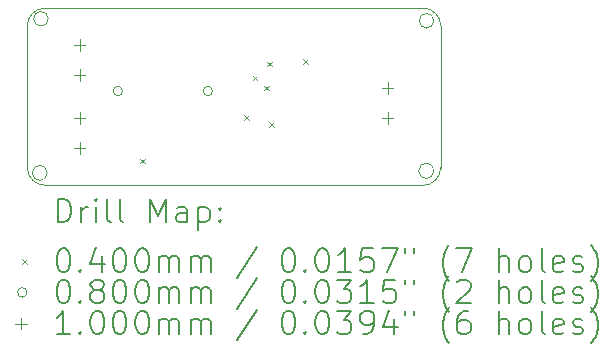
<source format=gbr>
%TF.GenerationSoftware,KiCad,Pcbnew,9.0.6*%
%TF.CreationDate,2026-01-10T22:29:04+00:00*%
%TF.ProjectId,Tiny_Solar_Power_Supply002,54696e79-5f53-46f6-9c61-725f506f7765,rev?*%
%TF.SameCoordinates,Original*%
%TF.FileFunction,Drillmap*%
%TF.FilePolarity,Positive*%
%FSLAX45Y45*%
G04 Gerber Fmt 4.5, Leading zero omitted, Abs format (unit mm)*
G04 Created by KiCad (PCBNEW 9.0.6) date 2026-01-10 22:29:04*
%MOMM*%
%LPD*%
G01*
G04 APERTURE LIST*
%ADD10C,0.050000*%
%ADD11C,0.200000*%
%ADD12C,0.100000*%
G04 APERTURE END LIST*
D10*
X14600083Y-9250000D02*
X14600083Y-10450000D01*
X11099917Y-9250000D02*
G75*
G02*
X11250000Y-9099917I150083J0D01*
G01*
X14600675Y-10450000D02*
G75*
G02*
X14450000Y-10600675I-150675J0D01*
G01*
X11268640Y-10495000D02*
G75*
G02*
X11141360Y-10495000I-63640J0D01*
G01*
X11141360Y-10495000D02*
G75*
G02*
X11268640Y-10495000I63640J0D01*
G01*
X14450000Y-9099917D02*
G75*
G02*
X14600083Y-9250000I0J-150083D01*
G01*
X11276745Y-9190000D02*
G75*
G02*
X11153255Y-9190000I-61745J0D01*
G01*
X11153255Y-9190000D02*
G75*
G02*
X11276745Y-9190000I61745J0D01*
G01*
X14542809Y-10477500D02*
G75*
G02*
X14413191Y-10477500I-64809J0D01*
G01*
X14413191Y-10477500D02*
G75*
G02*
X14542809Y-10477500I64809J0D01*
G01*
X14450000Y-10600675D02*
X11250000Y-10600675D01*
X11250000Y-10600000D02*
G75*
G02*
X11100000Y-10450000I0J150000D01*
G01*
X11099917Y-9250000D02*
X11099917Y-10450000D01*
X14541500Y-9207500D02*
G75*
G02*
X14418009Y-9207500I-61745J0D01*
G01*
X14418009Y-9207500D02*
G75*
G02*
X14541500Y-9207500I61745J0D01*
G01*
X11250000Y-9099917D02*
X14450000Y-9099917D01*
D11*
D12*
X12052500Y-10375000D02*
X12092500Y-10415000D01*
X12092500Y-10375000D02*
X12052500Y-10415000D01*
X12936250Y-10005000D02*
X12976250Y-10045000D01*
X12976250Y-10005000D02*
X12936250Y-10045000D01*
X13007500Y-9671960D02*
X13047500Y-9711960D01*
X13047500Y-9671960D02*
X13007500Y-9711960D01*
X13102500Y-9757500D02*
X13142500Y-9797500D01*
X13142500Y-9757500D02*
X13102500Y-9797500D01*
X13129308Y-9552752D02*
X13169308Y-9592752D01*
X13169308Y-9552752D02*
X13129308Y-9592752D01*
X13150000Y-10067500D02*
X13190000Y-10107500D01*
X13190000Y-10067500D02*
X13150000Y-10107500D01*
X13437500Y-9532500D02*
X13477500Y-9572500D01*
X13477500Y-9532500D02*
X13437500Y-9572500D01*
X11905500Y-9802500D02*
G75*
G02*
X11825500Y-9802500I-40000J0D01*
G01*
X11825500Y-9802500D02*
G75*
G02*
X11905500Y-9802500I40000J0D01*
G01*
X12667500Y-9802500D02*
G75*
G02*
X12587500Y-9802500I-40000J0D01*
G01*
X12587500Y-9802500D02*
G75*
G02*
X12667500Y-9802500I40000J0D01*
G01*
X11542500Y-9363500D02*
X11542500Y-9463500D01*
X11492500Y-9413500D02*
X11592500Y-9413500D01*
X11542500Y-9617500D02*
X11542500Y-9717500D01*
X11492500Y-9667500D02*
X11592500Y-9667500D01*
X11542500Y-9981000D02*
X11542500Y-10081000D01*
X11492500Y-10031000D02*
X11592500Y-10031000D01*
X11542500Y-10235000D02*
X11542500Y-10335000D01*
X11492500Y-10285000D02*
X11592500Y-10285000D01*
X14150000Y-9729000D02*
X14150000Y-9829000D01*
X14100000Y-9779000D02*
X14200000Y-9779000D01*
X14150000Y-9983000D02*
X14150000Y-10083000D01*
X14100000Y-10033000D02*
X14200000Y-10033000D01*
D11*
X11358193Y-10914659D02*
X11358193Y-10714659D01*
X11358193Y-10714659D02*
X11405812Y-10714659D01*
X11405812Y-10714659D02*
X11434384Y-10724183D01*
X11434384Y-10724183D02*
X11453432Y-10743230D01*
X11453432Y-10743230D02*
X11462955Y-10762278D01*
X11462955Y-10762278D02*
X11472479Y-10800373D01*
X11472479Y-10800373D02*
X11472479Y-10828945D01*
X11472479Y-10828945D02*
X11462955Y-10867040D01*
X11462955Y-10867040D02*
X11453432Y-10886087D01*
X11453432Y-10886087D02*
X11434384Y-10905135D01*
X11434384Y-10905135D02*
X11405812Y-10914659D01*
X11405812Y-10914659D02*
X11358193Y-10914659D01*
X11558193Y-10914659D02*
X11558193Y-10781325D01*
X11558193Y-10819421D02*
X11567717Y-10800373D01*
X11567717Y-10800373D02*
X11577241Y-10790849D01*
X11577241Y-10790849D02*
X11596289Y-10781325D01*
X11596289Y-10781325D02*
X11615336Y-10781325D01*
X11682003Y-10914659D02*
X11682003Y-10781325D01*
X11682003Y-10714659D02*
X11672479Y-10724183D01*
X11672479Y-10724183D02*
X11682003Y-10733706D01*
X11682003Y-10733706D02*
X11691527Y-10724183D01*
X11691527Y-10724183D02*
X11682003Y-10714659D01*
X11682003Y-10714659D02*
X11682003Y-10733706D01*
X11805812Y-10914659D02*
X11786765Y-10905135D01*
X11786765Y-10905135D02*
X11777241Y-10886087D01*
X11777241Y-10886087D02*
X11777241Y-10714659D01*
X11910574Y-10914659D02*
X11891527Y-10905135D01*
X11891527Y-10905135D02*
X11882003Y-10886087D01*
X11882003Y-10886087D02*
X11882003Y-10714659D01*
X12139146Y-10914659D02*
X12139146Y-10714659D01*
X12139146Y-10714659D02*
X12205813Y-10857516D01*
X12205813Y-10857516D02*
X12272479Y-10714659D01*
X12272479Y-10714659D02*
X12272479Y-10914659D01*
X12453432Y-10914659D02*
X12453432Y-10809897D01*
X12453432Y-10809897D02*
X12443908Y-10790849D01*
X12443908Y-10790849D02*
X12424860Y-10781325D01*
X12424860Y-10781325D02*
X12386765Y-10781325D01*
X12386765Y-10781325D02*
X12367717Y-10790849D01*
X12453432Y-10905135D02*
X12434384Y-10914659D01*
X12434384Y-10914659D02*
X12386765Y-10914659D01*
X12386765Y-10914659D02*
X12367717Y-10905135D01*
X12367717Y-10905135D02*
X12358193Y-10886087D01*
X12358193Y-10886087D02*
X12358193Y-10867040D01*
X12358193Y-10867040D02*
X12367717Y-10847992D01*
X12367717Y-10847992D02*
X12386765Y-10838468D01*
X12386765Y-10838468D02*
X12434384Y-10838468D01*
X12434384Y-10838468D02*
X12453432Y-10828945D01*
X12548670Y-10781325D02*
X12548670Y-10981325D01*
X12548670Y-10790849D02*
X12567717Y-10781325D01*
X12567717Y-10781325D02*
X12605813Y-10781325D01*
X12605813Y-10781325D02*
X12624860Y-10790849D01*
X12624860Y-10790849D02*
X12634384Y-10800373D01*
X12634384Y-10800373D02*
X12643908Y-10819421D01*
X12643908Y-10819421D02*
X12643908Y-10876564D01*
X12643908Y-10876564D02*
X12634384Y-10895611D01*
X12634384Y-10895611D02*
X12624860Y-10905135D01*
X12624860Y-10905135D02*
X12605813Y-10914659D01*
X12605813Y-10914659D02*
X12567717Y-10914659D01*
X12567717Y-10914659D02*
X12548670Y-10905135D01*
X12729622Y-10895611D02*
X12739146Y-10905135D01*
X12739146Y-10905135D02*
X12729622Y-10914659D01*
X12729622Y-10914659D02*
X12720098Y-10905135D01*
X12720098Y-10905135D02*
X12729622Y-10895611D01*
X12729622Y-10895611D02*
X12729622Y-10914659D01*
X12729622Y-10790849D02*
X12739146Y-10800373D01*
X12739146Y-10800373D02*
X12729622Y-10809897D01*
X12729622Y-10809897D02*
X12720098Y-10800373D01*
X12720098Y-10800373D02*
X12729622Y-10790849D01*
X12729622Y-10790849D02*
X12729622Y-10809897D01*
D12*
X11057417Y-11223175D02*
X11097417Y-11263175D01*
X11097417Y-11223175D02*
X11057417Y-11263175D01*
D11*
X11396289Y-11134659D02*
X11415336Y-11134659D01*
X11415336Y-11134659D02*
X11434384Y-11144183D01*
X11434384Y-11144183D02*
X11443908Y-11153706D01*
X11443908Y-11153706D02*
X11453432Y-11172754D01*
X11453432Y-11172754D02*
X11462955Y-11210849D01*
X11462955Y-11210849D02*
X11462955Y-11258468D01*
X11462955Y-11258468D02*
X11453432Y-11296563D01*
X11453432Y-11296563D02*
X11443908Y-11315611D01*
X11443908Y-11315611D02*
X11434384Y-11325135D01*
X11434384Y-11325135D02*
X11415336Y-11334659D01*
X11415336Y-11334659D02*
X11396289Y-11334659D01*
X11396289Y-11334659D02*
X11377241Y-11325135D01*
X11377241Y-11325135D02*
X11367717Y-11315611D01*
X11367717Y-11315611D02*
X11358193Y-11296563D01*
X11358193Y-11296563D02*
X11348670Y-11258468D01*
X11348670Y-11258468D02*
X11348670Y-11210849D01*
X11348670Y-11210849D02*
X11358193Y-11172754D01*
X11358193Y-11172754D02*
X11367717Y-11153706D01*
X11367717Y-11153706D02*
X11377241Y-11144183D01*
X11377241Y-11144183D02*
X11396289Y-11134659D01*
X11548670Y-11315611D02*
X11558193Y-11325135D01*
X11558193Y-11325135D02*
X11548670Y-11334659D01*
X11548670Y-11334659D02*
X11539146Y-11325135D01*
X11539146Y-11325135D02*
X11548670Y-11315611D01*
X11548670Y-11315611D02*
X11548670Y-11334659D01*
X11729622Y-11201325D02*
X11729622Y-11334659D01*
X11682003Y-11125135D02*
X11634384Y-11267992D01*
X11634384Y-11267992D02*
X11758193Y-11267992D01*
X11872479Y-11134659D02*
X11891527Y-11134659D01*
X11891527Y-11134659D02*
X11910574Y-11144183D01*
X11910574Y-11144183D02*
X11920098Y-11153706D01*
X11920098Y-11153706D02*
X11929622Y-11172754D01*
X11929622Y-11172754D02*
X11939146Y-11210849D01*
X11939146Y-11210849D02*
X11939146Y-11258468D01*
X11939146Y-11258468D02*
X11929622Y-11296563D01*
X11929622Y-11296563D02*
X11920098Y-11315611D01*
X11920098Y-11315611D02*
X11910574Y-11325135D01*
X11910574Y-11325135D02*
X11891527Y-11334659D01*
X11891527Y-11334659D02*
X11872479Y-11334659D01*
X11872479Y-11334659D02*
X11853432Y-11325135D01*
X11853432Y-11325135D02*
X11843908Y-11315611D01*
X11843908Y-11315611D02*
X11834384Y-11296563D01*
X11834384Y-11296563D02*
X11824860Y-11258468D01*
X11824860Y-11258468D02*
X11824860Y-11210849D01*
X11824860Y-11210849D02*
X11834384Y-11172754D01*
X11834384Y-11172754D02*
X11843908Y-11153706D01*
X11843908Y-11153706D02*
X11853432Y-11144183D01*
X11853432Y-11144183D02*
X11872479Y-11134659D01*
X12062955Y-11134659D02*
X12082003Y-11134659D01*
X12082003Y-11134659D02*
X12101051Y-11144183D01*
X12101051Y-11144183D02*
X12110574Y-11153706D01*
X12110574Y-11153706D02*
X12120098Y-11172754D01*
X12120098Y-11172754D02*
X12129622Y-11210849D01*
X12129622Y-11210849D02*
X12129622Y-11258468D01*
X12129622Y-11258468D02*
X12120098Y-11296563D01*
X12120098Y-11296563D02*
X12110574Y-11315611D01*
X12110574Y-11315611D02*
X12101051Y-11325135D01*
X12101051Y-11325135D02*
X12082003Y-11334659D01*
X12082003Y-11334659D02*
X12062955Y-11334659D01*
X12062955Y-11334659D02*
X12043908Y-11325135D01*
X12043908Y-11325135D02*
X12034384Y-11315611D01*
X12034384Y-11315611D02*
X12024860Y-11296563D01*
X12024860Y-11296563D02*
X12015336Y-11258468D01*
X12015336Y-11258468D02*
X12015336Y-11210849D01*
X12015336Y-11210849D02*
X12024860Y-11172754D01*
X12024860Y-11172754D02*
X12034384Y-11153706D01*
X12034384Y-11153706D02*
X12043908Y-11144183D01*
X12043908Y-11144183D02*
X12062955Y-11134659D01*
X12215336Y-11334659D02*
X12215336Y-11201325D01*
X12215336Y-11220373D02*
X12224860Y-11210849D01*
X12224860Y-11210849D02*
X12243908Y-11201325D01*
X12243908Y-11201325D02*
X12272479Y-11201325D01*
X12272479Y-11201325D02*
X12291527Y-11210849D01*
X12291527Y-11210849D02*
X12301051Y-11229897D01*
X12301051Y-11229897D02*
X12301051Y-11334659D01*
X12301051Y-11229897D02*
X12310574Y-11210849D01*
X12310574Y-11210849D02*
X12329622Y-11201325D01*
X12329622Y-11201325D02*
X12358193Y-11201325D01*
X12358193Y-11201325D02*
X12377241Y-11210849D01*
X12377241Y-11210849D02*
X12386765Y-11229897D01*
X12386765Y-11229897D02*
X12386765Y-11334659D01*
X12482003Y-11334659D02*
X12482003Y-11201325D01*
X12482003Y-11220373D02*
X12491527Y-11210849D01*
X12491527Y-11210849D02*
X12510574Y-11201325D01*
X12510574Y-11201325D02*
X12539146Y-11201325D01*
X12539146Y-11201325D02*
X12558194Y-11210849D01*
X12558194Y-11210849D02*
X12567717Y-11229897D01*
X12567717Y-11229897D02*
X12567717Y-11334659D01*
X12567717Y-11229897D02*
X12577241Y-11210849D01*
X12577241Y-11210849D02*
X12596289Y-11201325D01*
X12596289Y-11201325D02*
X12624860Y-11201325D01*
X12624860Y-11201325D02*
X12643908Y-11210849D01*
X12643908Y-11210849D02*
X12653432Y-11229897D01*
X12653432Y-11229897D02*
X12653432Y-11334659D01*
X13043908Y-11125135D02*
X12872479Y-11382278D01*
X13301051Y-11134659D02*
X13320098Y-11134659D01*
X13320098Y-11134659D02*
X13339146Y-11144183D01*
X13339146Y-11144183D02*
X13348670Y-11153706D01*
X13348670Y-11153706D02*
X13358194Y-11172754D01*
X13358194Y-11172754D02*
X13367717Y-11210849D01*
X13367717Y-11210849D02*
X13367717Y-11258468D01*
X13367717Y-11258468D02*
X13358194Y-11296563D01*
X13358194Y-11296563D02*
X13348670Y-11315611D01*
X13348670Y-11315611D02*
X13339146Y-11325135D01*
X13339146Y-11325135D02*
X13320098Y-11334659D01*
X13320098Y-11334659D02*
X13301051Y-11334659D01*
X13301051Y-11334659D02*
X13282003Y-11325135D01*
X13282003Y-11325135D02*
X13272479Y-11315611D01*
X13272479Y-11315611D02*
X13262956Y-11296563D01*
X13262956Y-11296563D02*
X13253432Y-11258468D01*
X13253432Y-11258468D02*
X13253432Y-11210849D01*
X13253432Y-11210849D02*
X13262956Y-11172754D01*
X13262956Y-11172754D02*
X13272479Y-11153706D01*
X13272479Y-11153706D02*
X13282003Y-11144183D01*
X13282003Y-11144183D02*
X13301051Y-11134659D01*
X13453432Y-11315611D02*
X13462956Y-11325135D01*
X13462956Y-11325135D02*
X13453432Y-11334659D01*
X13453432Y-11334659D02*
X13443908Y-11325135D01*
X13443908Y-11325135D02*
X13453432Y-11315611D01*
X13453432Y-11315611D02*
X13453432Y-11334659D01*
X13586765Y-11134659D02*
X13605813Y-11134659D01*
X13605813Y-11134659D02*
X13624860Y-11144183D01*
X13624860Y-11144183D02*
X13634384Y-11153706D01*
X13634384Y-11153706D02*
X13643908Y-11172754D01*
X13643908Y-11172754D02*
X13653432Y-11210849D01*
X13653432Y-11210849D02*
X13653432Y-11258468D01*
X13653432Y-11258468D02*
X13643908Y-11296563D01*
X13643908Y-11296563D02*
X13634384Y-11315611D01*
X13634384Y-11315611D02*
X13624860Y-11325135D01*
X13624860Y-11325135D02*
X13605813Y-11334659D01*
X13605813Y-11334659D02*
X13586765Y-11334659D01*
X13586765Y-11334659D02*
X13567717Y-11325135D01*
X13567717Y-11325135D02*
X13558194Y-11315611D01*
X13558194Y-11315611D02*
X13548670Y-11296563D01*
X13548670Y-11296563D02*
X13539146Y-11258468D01*
X13539146Y-11258468D02*
X13539146Y-11210849D01*
X13539146Y-11210849D02*
X13548670Y-11172754D01*
X13548670Y-11172754D02*
X13558194Y-11153706D01*
X13558194Y-11153706D02*
X13567717Y-11144183D01*
X13567717Y-11144183D02*
X13586765Y-11134659D01*
X13843908Y-11334659D02*
X13729622Y-11334659D01*
X13786765Y-11334659D02*
X13786765Y-11134659D01*
X13786765Y-11134659D02*
X13767717Y-11163230D01*
X13767717Y-11163230D02*
X13748670Y-11182278D01*
X13748670Y-11182278D02*
X13729622Y-11191802D01*
X14024860Y-11134659D02*
X13929622Y-11134659D01*
X13929622Y-11134659D02*
X13920098Y-11229897D01*
X13920098Y-11229897D02*
X13929622Y-11220373D01*
X13929622Y-11220373D02*
X13948670Y-11210849D01*
X13948670Y-11210849D02*
X13996289Y-11210849D01*
X13996289Y-11210849D02*
X14015337Y-11220373D01*
X14015337Y-11220373D02*
X14024860Y-11229897D01*
X14024860Y-11229897D02*
X14034384Y-11248944D01*
X14034384Y-11248944D02*
X14034384Y-11296563D01*
X14034384Y-11296563D02*
X14024860Y-11315611D01*
X14024860Y-11315611D02*
X14015337Y-11325135D01*
X14015337Y-11325135D02*
X13996289Y-11334659D01*
X13996289Y-11334659D02*
X13948670Y-11334659D01*
X13948670Y-11334659D02*
X13929622Y-11325135D01*
X13929622Y-11325135D02*
X13920098Y-11315611D01*
X14101051Y-11134659D02*
X14234384Y-11134659D01*
X14234384Y-11134659D02*
X14148670Y-11334659D01*
X14301051Y-11134659D02*
X14301051Y-11172754D01*
X14377241Y-11134659D02*
X14377241Y-11172754D01*
X14672480Y-11410849D02*
X14662956Y-11401325D01*
X14662956Y-11401325D02*
X14643908Y-11372754D01*
X14643908Y-11372754D02*
X14634384Y-11353706D01*
X14634384Y-11353706D02*
X14624860Y-11325135D01*
X14624860Y-11325135D02*
X14615337Y-11277516D01*
X14615337Y-11277516D02*
X14615337Y-11239421D01*
X14615337Y-11239421D02*
X14624860Y-11191802D01*
X14624860Y-11191802D02*
X14634384Y-11163230D01*
X14634384Y-11163230D02*
X14643908Y-11144183D01*
X14643908Y-11144183D02*
X14662956Y-11115611D01*
X14662956Y-11115611D02*
X14672480Y-11106087D01*
X14729622Y-11134659D02*
X14862956Y-11134659D01*
X14862956Y-11134659D02*
X14777241Y-11334659D01*
X15091527Y-11334659D02*
X15091527Y-11134659D01*
X15177241Y-11334659D02*
X15177241Y-11229897D01*
X15177241Y-11229897D02*
X15167718Y-11210849D01*
X15167718Y-11210849D02*
X15148670Y-11201325D01*
X15148670Y-11201325D02*
X15120099Y-11201325D01*
X15120099Y-11201325D02*
X15101051Y-11210849D01*
X15101051Y-11210849D02*
X15091527Y-11220373D01*
X15301051Y-11334659D02*
X15282003Y-11325135D01*
X15282003Y-11325135D02*
X15272480Y-11315611D01*
X15272480Y-11315611D02*
X15262956Y-11296563D01*
X15262956Y-11296563D02*
X15262956Y-11239421D01*
X15262956Y-11239421D02*
X15272480Y-11220373D01*
X15272480Y-11220373D02*
X15282003Y-11210849D01*
X15282003Y-11210849D02*
X15301051Y-11201325D01*
X15301051Y-11201325D02*
X15329622Y-11201325D01*
X15329622Y-11201325D02*
X15348670Y-11210849D01*
X15348670Y-11210849D02*
X15358194Y-11220373D01*
X15358194Y-11220373D02*
X15367718Y-11239421D01*
X15367718Y-11239421D02*
X15367718Y-11296563D01*
X15367718Y-11296563D02*
X15358194Y-11315611D01*
X15358194Y-11315611D02*
X15348670Y-11325135D01*
X15348670Y-11325135D02*
X15329622Y-11334659D01*
X15329622Y-11334659D02*
X15301051Y-11334659D01*
X15482003Y-11334659D02*
X15462956Y-11325135D01*
X15462956Y-11325135D02*
X15453432Y-11306087D01*
X15453432Y-11306087D02*
X15453432Y-11134659D01*
X15634384Y-11325135D02*
X15615337Y-11334659D01*
X15615337Y-11334659D02*
X15577241Y-11334659D01*
X15577241Y-11334659D02*
X15558194Y-11325135D01*
X15558194Y-11325135D02*
X15548670Y-11306087D01*
X15548670Y-11306087D02*
X15548670Y-11229897D01*
X15548670Y-11229897D02*
X15558194Y-11210849D01*
X15558194Y-11210849D02*
X15577241Y-11201325D01*
X15577241Y-11201325D02*
X15615337Y-11201325D01*
X15615337Y-11201325D02*
X15634384Y-11210849D01*
X15634384Y-11210849D02*
X15643908Y-11229897D01*
X15643908Y-11229897D02*
X15643908Y-11248944D01*
X15643908Y-11248944D02*
X15548670Y-11267992D01*
X15720099Y-11325135D02*
X15739146Y-11334659D01*
X15739146Y-11334659D02*
X15777241Y-11334659D01*
X15777241Y-11334659D02*
X15796289Y-11325135D01*
X15796289Y-11325135D02*
X15805813Y-11306087D01*
X15805813Y-11306087D02*
X15805813Y-11296563D01*
X15805813Y-11296563D02*
X15796289Y-11277516D01*
X15796289Y-11277516D02*
X15777241Y-11267992D01*
X15777241Y-11267992D02*
X15748670Y-11267992D01*
X15748670Y-11267992D02*
X15729622Y-11258468D01*
X15729622Y-11258468D02*
X15720099Y-11239421D01*
X15720099Y-11239421D02*
X15720099Y-11229897D01*
X15720099Y-11229897D02*
X15729622Y-11210849D01*
X15729622Y-11210849D02*
X15748670Y-11201325D01*
X15748670Y-11201325D02*
X15777241Y-11201325D01*
X15777241Y-11201325D02*
X15796289Y-11210849D01*
X15872480Y-11410849D02*
X15882003Y-11401325D01*
X15882003Y-11401325D02*
X15901051Y-11372754D01*
X15901051Y-11372754D02*
X15910575Y-11353706D01*
X15910575Y-11353706D02*
X15920099Y-11325135D01*
X15920099Y-11325135D02*
X15929622Y-11277516D01*
X15929622Y-11277516D02*
X15929622Y-11239421D01*
X15929622Y-11239421D02*
X15920099Y-11191802D01*
X15920099Y-11191802D02*
X15910575Y-11163230D01*
X15910575Y-11163230D02*
X15901051Y-11144183D01*
X15901051Y-11144183D02*
X15882003Y-11115611D01*
X15882003Y-11115611D02*
X15872480Y-11106087D01*
D12*
X11097417Y-11507175D02*
G75*
G02*
X11017417Y-11507175I-40000J0D01*
G01*
X11017417Y-11507175D02*
G75*
G02*
X11097417Y-11507175I40000J0D01*
G01*
D11*
X11396289Y-11398659D02*
X11415336Y-11398659D01*
X11415336Y-11398659D02*
X11434384Y-11408183D01*
X11434384Y-11408183D02*
X11443908Y-11417706D01*
X11443908Y-11417706D02*
X11453432Y-11436754D01*
X11453432Y-11436754D02*
X11462955Y-11474849D01*
X11462955Y-11474849D02*
X11462955Y-11522468D01*
X11462955Y-11522468D02*
X11453432Y-11560563D01*
X11453432Y-11560563D02*
X11443908Y-11579611D01*
X11443908Y-11579611D02*
X11434384Y-11589135D01*
X11434384Y-11589135D02*
X11415336Y-11598659D01*
X11415336Y-11598659D02*
X11396289Y-11598659D01*
X11396289Y-11598659D02*
X11377241Y-11589135D01*
X11377241Y-11589135D02*
X11367717Y-11579611D01*
X11367717Y-11579611D02*
X11358193Y-11560563D01*
X11358193Y-11560563D02*
X11348670Y-11522468D01*
X11348670Y-11522468D02*
X11348670Y-11474849D01*
X11348670Y-11474849D02*
X11358193Y-11436754D01*
X11358193Y-11436754D02*
X11367717Y-11417706D01*
X11367717Y-11417706D02*
X11377241Y-11408183D01*
X11377241Y-11408183D02*
X11396289Y-11398659D01*
X11548670Y-11579611D02*
X11558193Y-11589135D01*
X11558193Y-11589135D02*
X11548670Y-11598659D01*
X11548670Y-11598659D02*
X11539146Y-11589135D01*
X11539146Y-11589135D02*
X11548670Y-11579611D01*
X11548670Y-11579611D02*
X11548670Y-11598659D01*
X11672479Y-11484373D02*
X11653432Y-11474849D01*
X11653432Y-11474849D02*
X11643908Y-11465325D01*
X11643908Y-11465325D02*
X11634384Y-11446278D01*
X11634384Y-11446278D02*
X11634384Y-11436754D01*
X11634384Y-11436754D02*
X11643908Y-11417706D01*
X11643908Y-11417706D02*
X11653432Y-11408183D01*
X11653432Y-11408183D02*
X11672479Y-11398659D01*
X11672479Y-11398659D02*
X11710574Y-11398659D01*
X11710574Y-11398659D02*
X11729622Y-11408183D01*
X11729622Y-11408183D02*
X11739146Y-11417706D01*
X11739146Y-11417706D02*
X11748670Y-11436754D01*
X11748670Y-11436754D02*
X11748670Y-11446278D01*
X11748670Y-11446278D02*
X11739146Y-11465325D01*
X11739146Y-11465325D02*
X11729622Y-11474849D01*
X11729622Y-11474849D02*
X11710574Y-11484373D01*
X11710574Y-11484373D02*
X11672479Y-11484373D01*
X11672479Y-11484373D02*
X11653432Y-11493897D01*
X11653432Y-11493897D02*
X11643908Y-11503421D01*
X11643908Y-11503421D02*
X11634384Y-11522468D01*
X11634384Y-11522468D02*
X11634384Y-11560563D01*
X11634384Y-11560563D02*
X11643908Y-11579611D01*
X11643908Y-11579611D02*
X11653432Y-11589135D01*
X11653432Y-11589135D02*
X11672479Y-11598659D01*
X11672479Y-11598659D02*
X11710574Y-11598659D01*
X11710574Y-11598659D02*
X11729622Y-11589135D01*
X11729622Y-11589135D02*
X11739146Y-11579611D01*
X11739146Y-11579611D02*
X11748670Y-11560563D01*
X11748670Y-11560563D02*
X11748670Y-11522468D01*
X11748670Y-11522468D02*
X11739146Y-11503421D01*
X11739146Y-11503421D02*
X11729622Y-11493897D01*
X11729622Y-11493897D02*
X11710574Y-11484373D01*
X11872479Y-11398659D02*
X11891527Y-11398659D01*
X11891527Y-11398659D02*
X11910574Y-11408183D01*
X11910574Y-11408183D02*
X11920098Y-11417706D01*
X11920098Y-11417706D02*
X11929622Y-11436754D01*
X11929622Y-11436754D02*
X11939146Y-11474849D01*
X11939146Y-11474849D02*
X11939146Y-11522468D01*
X11939146Y-11522468D02*
X11929622Y-11560563D01*
X11929622Y-11560563D02*
X11920098Y-11579611D01*
X11920098Y-11579611D02*
X11910574Y-11589135D01*
X11910574Y-11589135D02*
X11891527Y-11598659D01*
X11891527Y-11598659D02*
X11872479Y-11598659D01*
X11872479Y-11598659D02*
X11853432Y-11589135D01*
X11853432Y-11589135D02*
X11843908Y-11579611D01*
X11843908Y-11579611D02*
X11834384Y-11560563D01*
X11834384Y-11560563D02*
X11824860Y-11522468D01*
X11824860Y-11522468D02*
X11824860Y-11474849D01*
X11824860Y-11474849D02*
X11834384Y-11436754D01*
X11834384Y-11436754D02*
X11843908Y-11417706D01*
X11843908Y-11417706D02*
X11853432Y-11408183D01*
X11853432Y-11408183D02*
X11872479Y-11398659D01*
X12062955Y-11398659D02*
X12082003Y-11398659D01*
X12082003Y-11398659D02*
X12101051Y-11408183D01*
X12101051Y-11408183D02*
X12110574Y-11417706D01*
X12110574Y-11417706D02*
X12120098Y-11436754D01*
X12120098Y-11436754D02*
X12129622Y-11474849D01*
X12129622Y-11474849D02*
X12129622Y-11522468D01*
X12129622Y-11522468D02*
X12120098Y-11560563D01*
X12120098Y-11560563D02*
X12110574Y-11579611D01*
X12110574Y-11579611D02*
X12101051Y-11589135D01*
X12101051Y-11589135D02*
X12082003Y-11598659D01*
X12082003Y-11598659D02*
X12062955Y-11598659D01*
X12062955Y-11598659D02*
X12043908Y-11589135D01*
X12043908Y-11589135D02*
X12034384Y-11579611D01*
X12034384Y-11579611D02*
X12024860Y-11560563D01*
X12024860Y-11560563D02*
X12015336Y-11522468D01*
X12015336Y-11522468D02*
X12015336Y-11474849D01*
X12015336Y-11474849D02*
X12024860Y-11436754D01*
X12024860Y-11436754D02*
X12034384Y-11417706D01*
X12034384Y-11417706D02*
X12043908Y-11408183D01*
X12043908Y-11408183D02*
X12062955Y-11398659D01*
X12215336Y-11598659D02*
X12215336Y-11465325D01*
X12215336Y-11484373D02*
X12224860Y-11474849D01*
X12224860Y-11474849D02*
X12243908Y-11465325D01*
X12243908Y-11465325D02*
X12272479Y-11465325D01*
X12272479Y-11465325D02*
X12291527Y-11474849D01*
X12291527Y-11474849D02*
X12301051Y-11493897D01*
X12301051Y-11493897D02*
X12301051Y-11598659D01*
X12301051Y-11493897D02*
X12310574Y-11474849D01*
X12310574Y-11474849D02*
X12329622Y-11465325D01*
X12329622Y-11465325D02*
X12358193Y-11465325D01*
X12358193Y-11465325D02*
X12377241Y-11474849D01*
X12377241Y-11474849D02*
X12386765Y-11493897D01*
X12386765Y-11493897D02*
X12386765Y-11598659D01*
X12482003Y-11598659D02*
X12482003Y-11465325D01*
X12482003Y-11484373D02*
X12491527Y-11474849D01*
X12491527Y-11474849D02*
X12510574Y-11465325D01*
X12510574Y-11465325D02*
X12539146Y-11465325D01*
X12539146Y-11465325D02*
X12558194Y-11474849D01*
X12558194Y-11474849D02*
X12567717Y-11493897D01*
X12567717Y-11493897D02*
X12567717Y-11598659D01*
X12567717Y-11493897D02*
X12577241Y-11474849D01*
X12577241Y-11474849D02*
X12596289Y-11465325D01*
X12596289Y-11465325D02*
X12624860Y-11465325D01*
X12624860Y-11465325D02*
X12643908Y-11474849D01*
X12643908Y-11474849D02*
X12653432Y-11493897D01*
X12653432Y-11493897D02*
X12653432Y-11598659D01*
X13043908Y-11389135D02*
X12872479Y-11646278D01*
X13301051Y-11398659D02*
X13320098Y-11398659D01*
X13320098Y-11398659D02*
X13339146Y-11408183D01*
X13339146Y-11408183D02*
X13348670Y-11417706D01*
X13348670Y-11417706D02*
X13358194Y-11436754D01*
X13358194Y-11436754D02*
X13367717Y-11474849D01*
X13367717Y-11474849D02*
X13367717Y-11522468D01*
X13367717Y-11522468D02*
X13358194Y-11560563D01*
X13358194Y-11560563D02*
X13348670Y-11579611D01*
X13348670Y-11579611D02*
X13339146Y-11589135D01*
X13339146Y-11589135D02*
X13320098Y-11598659D01*
X13320098Y-11598659D02*
X13301051Y-11598659D01*
X13301051Y-11598659D02*
X13282003Y-11589135D01*
X13282003Y-11589135D02*
X13272479Y-11579611D01*
X13272479Y-11579611D02*
X13262956Y-11560563D01*
X13262956Y-11560563D02*
X13253432Y-11522468D01*
X13253432Y-11522468D02*
X13253432Y-11474849D01*
X13253432Y-11474849D02*
X13262956Y-11436754D01*
X13262956Y-11436754D02*
X13272479Y-11417706D01*
X13272479Y-11417706D02*
X13282003Y-11408183D01*
X13282003Y-11408183D02*
X13301051Y-11398659D01*
X13453432Y-11579611D02*
X13462956Y-11589135D01*
X13462956Y-11589135D02*
X13453432Y-11598659D01*
X13453432Y-11598659D02*
X13443908Y-11589135D01*
X13443908Y-11589135D02*
X13453432Y-11579611D01*
X13453432Y-11579611D02*
X13453432Y-11598659D01*
X13586765Y-11398659D02*
X13605813Y-11398659D01*
X13605813Y-11398659D02*
X13624860Y-11408183D01*
X13624860Y-11408183D02*
X13634384Y-11417706D01*
X13634384Y-11417706D02*
X13643908Y-11436754D01*
X13643908Y-11436754D02*
X13653432Y-11474849D01*
X13653432Y-11474849D02*
X13653432Y-11522468D01*
X13653432Y-11522468D02*
X13643908Y-11560563D01*
X13643908Y-11560563D02*
X13634384Y-11579611D01*
X13634384Y-11579611D02*
X13624860Y-11589135D01*
X13624860Y-11589135D02*
X13605813Y-11598659D01*
X13605813Y-11598659D02*
X13586765Y-11598659D01*
X13586765Y-11598659D02*
X13567717Y-11589135D01*
X13567717Y-11589135D02*
X13558194Y-11579611D01*
X13558194Y-11579611D02*
X13548670Y-11560563D01*
X13548670Y-11560563D02*
X13539146Y-11522468D01*
X13539146Y-11522468D02*
X13539146Y-11474849D01*
X13539146Y-11474849D02*
X13548670Y-11436754D01*
X13548670Y-11436754D02*
X13558194Y-11417706D01*
X13558194Y-11417706D02*
X13567717Y-11408183D01*
X13567717Y-11408183D02*
X13586765Y-11398659D01*
X13720098Y-11398659D02*
X13843908Y-11398659D01*
X13843908Y-11398659D02*
X13777241Y-11474849D01*
X13777241Y-11474849D02*
X13805813Y-11474849D01*
X13805813Y-11474849D02*
X13824860Y-11484373D01*
X13824860Y-11484373D02*
X13834384Y-11493897D01*
X13834384Y-11493897D02*
X13843908Y-11512944D01*
X13843908Y-11512944D02*
X13843908Y-11560563D01*
X13843908Y-11560563D02*
X13834384Y-11579611D01*
X13834384Y-11579611D02*
X13824860Y-11589135D01*
X13824860Y-11589135D02*
X13805813Y-11598659D01*
X13805813Y-11598659D02*
X13748670Y-11598659D01*
X13748670Y-11598659D02*
X13729622Y-11589135D01*
X13729622Y-11589135D02*
X13720098Y-11579611D01*
X14034384Y-11598659D02*
X13920098Y-11598659D01*
X13977241Y-11598659D02*
X13977241Y-11398659D01*
X13977241Y-11398659D02*
X13958194Y-11427230D01*
X13958194Y-11427230D02*
X13939146Y-11446278D01*
X13939146Y-11446278D02*
X13920098Y-11455802D01*
X14215337Y-11398659D02*
X14120098Y-11398659D01*
X14120098Y-11398659D02*
X14110575Y-11493897D01*
X14110575Y-11493897D02*
X14120098Y-11484373D01*
X14120098Y-11484373D02*
X14139146Y-11474849D01*
X14139146Y-11474849D02*
X14186765Y-11474849D01*
X14186765Y-11474849D02*
X14205813Y-11484373D01*
X14205813Y-11484373D02*
X14215337Y-11493897D01*
X14215337Y-11493897D02*
X14224860Y-11512944D01*
X14224860Y-11512944D02*
X14224860Y-11560563D01*
X14224860Y-11560563D02*
X14215337Y-11579611D01*
X14215337Y-11579611D02*
X14205813Y-11589135D01*
X14205813Y-11589135D02*
X14186765Y-11598659D01*
X14186765Y-11598659D02*
X14139146Y-11598659D01*
X14139146Y-11598659D02*
X14120098Y-11589135D01*
X14120098Y-11589135D02*
X14110575Y-11579611D01*
X14301051Y-11398659D02*
X14301051Y-11436754D01*
X14377241Y-11398659D02*
X14377241Y-11436754D01*
X14672480Y-11674849D02*
X14662956Y-11665325D01*
X14662956Y-11665325D02*
X14643908Y-11636754D01*
X14643908Y-11636754D02*
X14634384Y-11617706D01*
X14634384Y-11617706D02*
X14624860Y-11589135D01*
X14624860Y-11589135D02*
X14615337Y-11541516D01*
X14615337Y-11541516D02*
X14615337Y-11503421D01*
X14615337Y-11503421D02*
X14624860Y-11455802D01*
X14624860Y-11455802D02*
X14634384Y-11427230D01*
X14634384Y-11427230D02*
X14643908Y-11408183D01*
X14643908Y-11408183D02*
X14662956Y-11379611D01*
X14662956Y-11379611D02*
X14672480Y-11370087D01*
X14739146Y-11417706D02*
X14748670Y-11408183D01*
X14748670Y-11408183D02*
X14767718Y-11398659D01*
X14767718Y-11398659D02*
X14815337Y-11398659D01*
X14815337Y-11398659D02*
X14834384Y-11408183D01*
X14834384Y-11408183D02*
X14843908Y-11417706D01*
X14843908Y-11417706D02*
X14853432Y-11436754D01*
X14853432Y-11436754D02*
X14853432Y-11455802D01*
X14853432Y-11455802D02*
X14843908Y-11484373D01*
X14843908Y-11484373D02*
X14729622Y-11598659D01*
X14729622Y-11598659D02*
X14853432Y-11598659D01*
X15091527Y-11598659D02*
X15091527Y-11398659D01*
X15177241Y-11598659D02*
X15177241Y-11493897D01*
X15177241Y-11493897D02*
X15167718Y-11474849D01*
X15167718Y-11474849D02*
X15148670Y-11465325D01*
X15148670Y-11465325D02*
X15120099Y-11465325D01*
X15120099Y-11465325D02*
X15101051Y-11474849D01*
X15101051Y-11474849D02*
X15091527Y-11484373D01*
X15301051Y-11598659D02*
X15282003Y-11589135D01*
X15282003Y-11589135D02*
X15272480Y-11579611D01*
X15272480Y-11579611D02*
X15262956Y-11560563D01*
X15262956Y-11560563D02*
X15262956Y-11503421D01*
X15262956Y-11503421D02*
X15272480Y-11484373D01*
X15272480Y-11484373D02*
X15282003Y-11474849D01*
X15282003Y-11474849D02*
X15301051Y-11465325D01*
X15301051Y-11465325D02*
X15329622Y-11465325D01*
X15329622Y-11465325D02*
X15348670Y-11474849D01*
X15348670Y-11474849D02*
X15358194Y-11484373D01*
X15358194Y-11484373D02*
X15367718Y-11503421D01*
X15367718Y-11503421D02*
X15367718Y-11560563D01*
X15367718Y-11560563D02*
X15358194Y-11579611D01*
X15358194Y-11579611D02*
X15348670Y-11589135D01*
X15348670Y-11589135D02*
X15329622Y-11598659D01*
X15329622Y-11598659D02*
X15301051Y-11598659D01*
X15482003Y-11598659D02*
X15462956Y-11589135D01*
X15462956Y-11589135D02*
X15453432Y-11570087D01*
X15453432Y-11570087D02*
X15453432Y-11398659D01*
X15634384Y-11589135D02*
X15615337Y-11598659D01*
X15615337Y-11598659D02*
X15577241Y-11598659D01*
X15577241Y-11598659D02*
X15558194Y-11589135D01*
X15558194Y-11589135D02*
X15548670Y-11570087D01*
X15548670Y-11570087D02*
X15548670Y-11493897D01*
X15548670Y-11493897D02*
X15558194Y-11474849D01*
X15558194Y-11474849D02*
X15577241Y-11465325D01*
X15577241Y-11465325D02*
X15615337Y-11465325D01*
X15615337Y-11465325D02*
X15634384Y-11474849D01*
X15634384Y-11474849D02*
X15643908Y-11493897D01*
X15643908Y-11493897D02*
X15643908Y-11512944D01*
X15643908Y-11512944D02*
X15548670Y-11531992D01*
X15720099Y-11589135D02*
X15739146Y-11598659D01*
X15739146Y-11598659D02*
X15777241Y-11598659D01*
X15777241Y-11598659D02*
X15796289Y-11589135D01*
X15796289Y-11589135D02*
X15805813Y-11570087D01*
X15805813Y-11570087D02*
X15805813Y-11560563D01*
X15805813Y-11560563D02*
X15796289Y-11541516D01*
X15796289Y-11541516D02*
X15777241Y-11531992D01*
X15777241Y-11531992D02*
X15748670Y-11531992D01*
X15748670Y-11531992D02*
X15729622Y-11522468D01*
X15729622Y-11522468D02*
X15720099Y-11503421D01*
X15720099Y-11503421D02*
X15720099Y-11493897D01*
X15720099Y-11493897D02*
X15729622Y-11474849D01*
X15729622Y-11474849D02*
X15748670Y-11465325D01*
X15748670Y-11465325D02*
X15777241Y-11465325D01*
X15777241Y-11465325D02*
X15796289Y-11474849D01*
X15872480Y-11674849D02*
X15882003Y-11665325D01*
X15882003Y-11665325D02*
X15901051Y-11636754D01*
X15901051Y-11636754D02*
X15910575Y-11617706D01*
X15910575Y-11617706D02*
X15920099Y-11589135D01*
X15920099Y-11589135D02*
X15929622Y-11541516D01*
X15929622Y-11541516D02*
X15929622Y-11503421D01*
X15929622Y-11503421D02*
X15920099Y-11455802D01*
X15920099Y-11455802D02*
X15910575Y-11427230D01*
X15910575Y-11427230D02*
X15901051Y-11408183D01*
X15901051Y-11408183D02*
X15882003Y-11379611D01*
X15882003Y-11379611D02*
X15872480Y-11370087D01*
D12*
X11047417Y-11721175D02*
X11047417Y-11821175D01*
X10997417Y-11771175D02*
X11097417Y-11771175D01*
D11*
X11462955Y-11862659D02*
X11348670Y-11862659D01*
X11405812Y-11862659D02*
X11405812Y-11662659D01*
X11405812Y-11662659D02*
X11386765Y-11691230D01*
X11386765Y-11691230D02*
X11367717Y-11710278D01*
X11367717Y-11710278D02*
X11348670Y-11719802D01*
X11548670Y-11843611D02*
X11558193Y-11853135D01*
X11558193Y-11853135D02*
X11548670Y-11862659D01*
X11548670Y-11862659D02*
X11539146Y-11853135D01*
X11539146Y-11853135D02*
X11548670Y-11843611D01*
X11548670Y-11843611D02*
X11548670Y-11862659D01*
X11682003Y-11662659D02*
X11701051Y-11662659D01*
X11701051Y-11662659D02*
X11720098Y-11672183D01*
X11720098Y-11672183D02*
X11729622Y-11681706D01*
X11729622Y-11681706D02*
X11739146Y-11700754D01*
X11739146Y-11700754D02*
X11748670Y-11738849D01*
X11748670Y-11738849D02*
X11748670Y-11786468D01*
X11748670Y-11786468D02*
X11739146Y-11824563D01*
X11739146Y-11824563D02*
X11729622Y-11843611D01*
X11729622Y-11843611D02*
X11720098Y-11853135D01*
X11720098Y-11853135D02*
X11701051Y-11862659D01*
X11701051Y-11862659D02*
X11682003Y-11862659D01*
X11682003Y-11862659D02*
X11662955Y-11853135D01*
X11662955Y-11853135D02*
X11653432Y-11843611D01*
X11653432Y-11843611D02*
X11643908Y-11824563D01*
X11643908Y-11824563D02*
X11634384Y-11786468D01*
X11634384Y-11786468D02*
X11634384Y-11738849D01*
X11634384Y-11738849D02*
X11643908Y-11700754D01*
X11643908Y-11700754D02*
X11653432Y-11681706D01*
X11653432Y-11681706D02*
X11662955Y-11672183D01*
X11662955Y-11672183D02*
X11682003Y-11662659D01*
X11872479Y-11662659D02*
X11891527Y-11662659D01*
X11891527Y-11662659D02*
X11910574Y-11672183D01*
X11910574Y-11672183D02*
X11920098Y-11681706D01*
X11920098Y-11681706D02*
X11929622Y-11700754D01*
X11929622Y-11700754D02*
X11939146Y-11738849D01*
X11939146Y-11738849D02*
X11939146Y-11786468D01*
X11939146Y-11786468D02*
X11929622Y-11824563D01*
X11929622Y-11824563D02*
X11920098Y-11843611D01*
X11920098Y-11843611D02*
X11910574Y-11853135D01*
X11910574Y-11853135D02*
X11891527Y-11862659D01*
X11891527Y-11862659D02*
X11872479Y-11862659D01*
X11872479Y-11862659D02*
X11853432Y-11853135D01*
X11853432Y-11853135D02*
X11843908Y-11843611D01*
X11843908Y-11843611D02*
X11834384Y-11824563D01*
X11834384Y-11824563D02*
X11824860Y-11786468D01*
X11824860Y-11786468D02*
X11824860Y-11738849D01*
X11824860Y-11738849D02*
X11834384Y-11700754D01*
X11834384Y-11700754D02*
X11843908Y-11681706D01*
X11843908Y-11681706D02*
X11853432Y-11672183D01*
X11853432Y-11672183D02*
X11872479Y-11662659D01*
X12062955Y-11662659D02*
X12082003Y-11662659D01*
X12082003Y-11662659D02*
X12101051Y-11672183D01*
X12101051Y-11672183D02*
X12110574Y-11681706D01*
X12110574Y-11681706D02*
X12120098Y-11700754D01*
X12120098Y-11700754D02*
X12129622Y-11738849D01*
X12129622Y-11738849D02*
X12129622Y-11786468D01*
X12129622Y-11786468D02*
X12120098Y-11824563D01*
X12120098Y-11824563D02*
X12110574Y-11843611D01*
X12110574Y-11843611D02*
X12101051Y-11853135D01*
X12101051Y-11853135D02*
X12082003Y-11862659D01*
X12082003Y-11862659D02*
X12062955Y-11862659D01*
X12062955Y-11862659D02*
X12043908Y-11853135D01*
X12043908Y-11853135D02*
X12034384Y-11843611D01*
X12034384Y-11843611D02*
X12024860Y-11824563D01*
X12024860Y-11824563D02*
X12015336Y-11786468D01*
X12015336Y-11786468D02*
X12015336Y-11738849D01*
X12015336Y-11738849D02*
X12024860Y-11700754D01*
X12024860Y-11700754D02*
X12034384Y-11681706D01*
X12034384Y-11681706D02*
X12043908Y-11672183D01*
X12043908Y-11672183D02*
X12062955Y-11662659D01*
X12215336Y-11862659D02*
X12215336Y-11729325D01*
X12215336Y-11748373D02*
X12224860Y-11738849D01*
X12224860Y-11738849D02*
X12243908Y-11729325D01*
X12243908Y-11729325D02*
X12272479Y-11729325D01*
X12272479Y-11729325D02*
X12291527Y-11738849D01*
X12291527Y-11738849D02*
X12301051Y-11757897D01*
X12301051Y-11757897D02*
X12301051Y-11862659D01*
X12301051Y-11757897D02*
X12310574Y-11738849D01*
X12310574Y-11738849D02*
X12329622Y-11729325D01*
X12329622Y-11729325D02*
X12358193Y-11729325D01*
X12358193Y-11729325D02*
X12377241Y-11738849D01*
X12377241Y-11738849D02*
X12386765Y-11757897D01*
X12386765Y-11757897D02*
X12386765Y-11862659D01*
X12482003Y-11862659D02*
X12482003Y-11729325D01*
X12482003Y-11748373D02*
X12491527Y-11738849D01*
X12491527Y-11738849D02*
X12510574Y-11729325D01*
X12510574Y-11729325D02*
X12539146Y-11729325D01*
X12539146Y-11729325D02*
X12558194Y-11738849D01*
X12558194Y-11738849D02*
X12567717Y-11757897D01*
X12567717Y-11757897D02*
X12567717Y-11862659D01*
X12567717Y-11757897D02*
X12577241Y-11738849D01*
X12577241Y-11738849D02*
X12596289Y-11729325D01*
X12596289Y-11729325D02*
X12624860Y-11729325D01*
X12624860Y-11729325D02*
X12643908Y-11738849D01*
X12643908Y-11738849D02*
X12653432Y-11757897D01*
X12653432Y-11757897D02*
X12653432Y-11862659D01*
X13043908Y-11653135D02*
X12872479Y-11910278D01*
X13301051Y-11662659D02*
X13320098Y-11662659D01*
X13320098Y-11662659D02*
X13339146Y-11672183D01*
X13339146Y-11672183D02*
X13348670Y-11681706D01*
X13348670Y-11681706D02*
X13358194Y-11700754D01*
X13358194Y-11700754D02*
X13367717Y-11738849D01*
X13367717Y-11738849D02*
X13367717Y-11786468D01*
X13367717Y-11786468D02*
X13358194Y-11824563D01*
X13358194Y-11824563D02*
X13348670Y-11843611D01*
X13348670Y-11843611D02*
X13339146Y-11853135D01*
X13339146Y-11853135D02*
X13320098Y-11862659D01*
X13320098Y-11862659D02*
X13301051Y-11862659D01*
X13301051Y-11862659D02*
X13282003Y-11853135D01*
X13282003Y-11853135D02*
X13272479Y-11843611D01*
X13272479Y-11843611D02*
X13262956Y-11824563D01*
X13262956Y-11824563D02*
X13253432Y-11786468D01*
X13253432Y-11786468D02*
X13253432Y-11738849D01*
X13253432Y-11738849D02*
X13262956Y-11700754D01*
X13262956Y-11700754D02*
X13272479Y-11681706D01*
X13272479Y-11681706D02*
X13282003Y-11672183D01*
X13282003Y-11672183D02*
X13301051Y-11662659D01*
X13453432Y-11843611D02*
X13462956Y-11853135D01*
X13462956Y-11853135D02*
X13453432Y-11862659D01*
X13453432Y-11862659D02*
X13443908Y-11853135D01*
X13443908Y-11853135D02*
X13453432Y-11843611D01*
X13453432Y-11843611D02*
X13453432Y-11862659D01*
X13586765Y-11662659D02*
X13605813Y-11662659D01*
X13605813Y-11662659D02*
X13624860Y-11672183D01*
X13624860Y-11672183D02*
X13634384Y-11681706D01*
X13634384Y-11681706D02*
X13643908Y-11700754D01*
X13643908Y-11700754D02*
X13653432Y-11738849D01*
X13653432Y-11738849D02*
X13653432Y-11786468D01*
X13653432Y-11786468D02*
X13643908Y-11824563D01*
X13643908Y-11824563D02*
X13634384Y-11843611D01*
X13634384Y-11843611D02*
X13624860Y-11853135D01*
X13624860Y-11853135D02*
X13605813Y-11862659D01*
X13605813Y-11862659D02*
X13586765Y-11862659D01*
X13586765Y-11862659D02*
X13567717Y-11853135D01*
X13567717Y-11853135D02*
X13558194Y-11843611D01*
X13558194Y-11843611D02*
X13548670Y-11824563D01*
X13548670Y-11824563D02*
X13539146Y-11786468D01*
X13539146Y-11786468D02*
X13539146Y-11738849D01*
X13539146Y-11738849D02*
X13548670Y-11700754D01*
X13548670Y-11700754D02*
X13558194Y-11681706D01*
X13558194Y-11681706D02*
X13567717Y-11672183D01*
X13567717Y-11672183D02*
X13586765Y-11662659D01*
X13720098Y-11662659D02*
X13843908Y-11662659D01*
X13843908Y-11662659D02*
X13777241Y-11738849D01*
X13777241Y-11738849D02*
X13805813Y-11738849D01*
X13805813Y-11738849D02*
X13824860Y-11748373D01*
X13824860Y-11748373D02*
X13834384Y-11757897D01*
X13834384Y-11757897D02*
X13843908Y-11776944D01*
X13843908Y-11776944D02*
X13843908Y-11824563D01*
X13843908Y-11824563D02*
X13834384Y-11843611D01*
X13834384Y-11843611D02*
X13824860Y-11853135D01*
X13824860Y-11853135D02*
X13805813Y-11862659D01*
X13805813Y-11862659D02*
X13748670Y-11862659D01*
X13748670Y-11862659D02*
X13729622Y-11853135D01*
X13729622Y-11853135D02*
X13720098Y-11843611D01*
X13939146Y-11862659D02*
X13977241Y-11862659D01*
X13977241Y-11862659D02*
X13996289Y-11853135D01*
X13996289Y-11853135D02*
X14005813Y-11843611D01*
X14005813Y-11843611D02*
X14024860Y-11815040D01*
X14024860Y-11815040D02*
X14034384Y-11776944D01*
X14034384Y-11776944D02*
X14034384Y-11700754D01*
X14034384Y-11700754D02*
X14024860Y-11681706D01*
X14024860Y-11681706D02*
X14015337Y-11672183D01*
X14015337Y-11672183D02*
X13996289Y-11662659D01*
X13996289Y-11662659D02*
X13958194Y-11662659D01*
X13958194Y-11662659D02*
X13939146Y-11672183D01*
X13939146Y-11672183D02*
X13929622Y-11681706D01*
X13929622Y-11681706D02*
X13920098Y-11700754D01*
X13920098Y-11700754D02*
X13920098Y-11748373D01*
X13920098Y-11748373D02*
X13929622Y-11767421D01*
X13929622Y-11767421D02*
X13939146Y-11776944D01*
X13939146Y-11776944D02*
X13958194Y-11786468D01*
X13958194Y-11786468D02*
X13996289Y-11786468D01*
X13996289Y-11786468D02*
X14015337Y-11776944D01*
X14015337Y-11776944D02*
X14024860Y-11767421D01*
X14024860Y-11767421D02*
X14034384Y-11748373D01*
X14205813Y-11729325D02*
X14205813Y-11862659D01*
X14158194Y-11653135D02*
X14110575Y-11795992D01*
X14110575Y-11795992D02*
X14234384Y-11795992D01*
X14301051Y-11662659D02*
X14301051Y-11700754D01*
X14377241Y-11662659D02*
X14377241Y-11700754D01*
X14672480Y-11938849D02*
X14662956Y-11929325D01*
X14662956Y-11929325D02*
X14643908Y-11900754D01*
X14643908Y-11900754D02*
X14634384Y-11881706D01*
X14634384Y-11881706D02*
X14624860Y-11853135D01*
X14624860Y-11853135D02*
X14615337Y-11805516D01*
X14615337Y-11805516D02*
X14615337Y-11767421D01*
X14615337Y-11767421D02*
X14624860Y-11719802D01*
X14624860Y-11719802D02*
X14634384Y-11691230D01*
X14634384Y-11691230D02*
X14643908Y-11672183D01*
X14643908Y-11672183D02*
X14662956Y-11643611D01*
X14662956Y-11643611D02*
X14672480Y-11634087D01*
X14834384Y-11662659D02*
X14796289Y-11662659D01*
X14796289Y-11662659D02*
X14777241Y-11672183D01*
X14777241Y-11672183D02*
X14767718Y-11681706D01*
X14767718Y-11681706D02*
X14748670Y-11710278D01*
X14748670Y-11710278D02*
X14739146Y-11748373D01*
X14739146Y-11748373D02*
X14739146Y-11824563D01*
X14739146Y-11824563D02*
X14748670Y-11843611D01*
X14748670Y-11843611D02*
X14758194Y-11853135D01*
X14758194Y-11853135D02*
X14777241Y-11862659D01*
X14777241Y-11862659D02*
X14815337Y-11862659D01*
X14815337Y-11862659D02*
X14834384Y-11853135D01*
X14834384Y-11853135D02*
X14843908Y-11843611D01*
X14843908Y-11843611D02*
X14853432Y-11824563D01*
X14853432Y-11824563D02*
X14853432Y-11776944D01*
X14853432Y-11776944D02*
X14843908Y-11757897D01*
X14843908Y-11757897D02*
X14834384Y-11748373D01*
X14834384Y-11748373D02*
X14815337Y-11738849D01*
X14815337Y-11738849D02*
X14777241Y-11738849D01*
X14777241Y-11738849D02*
X14758194Y-11748373D01*
X14758194Y-11748373D02*
X14748670Y-11757897D01*
X14748670Y-11757897D02*
X14739146Y-11776944D01*
X15091527Y-11862659D02*
X15091527Y-11662659D01*
X15177241Y-11862659D02*
X15177241Y-11757897D01*
X15177241Y-11757897D02*
X15167718Y-11738849D01*
X15167718Y-11738849D02*
X15148670Y-11729325D01*
X15148670Y-11729325D02*
X15120099Y-11729325D01*
X15120099Y-11729325D02*
X15101051Y-11738849D01*
X15101051Y-11738849D02*
X15091527Y-11748373D01*
X15301051Y-11862659D02*
X15282003Y-11853135D01*
X15282003Y-11853135D02*
X15272480Y-11843611D01*
X15272480Y-11843611D02*
X15262956Y-11824563D01*
X15262956Y-11824563D02*
X15262956Y-11767421D01*
X15262956Y-11767421D02*
X15272480Y-11748373D01*
X15272480Y-11748373D02*
X15282003Y-11738849D01*
X15282003Y-11738849D02*
X15301051Y-11729325D01*
X15301051Y-11729325D02*
X15329622Y-11729325D01*
X15329622Y-11729325D02*
X15348670Y-11738849D01*
X15348670Y-11738849D02*
X15358194Y-11748373D01*
X15358194Y-11748373D02*
X15367718Y-11767421D01*
X15367718Y-11767421D02*
X15367718Y-11824563D01*
X15367718Y-11824563D02*
X15358194Y-11843611D01*
X15358194Y-11843611D02*
X15348670Y-11853135D01*
X15348670Y-11853135D02*
X15329622Y-11862659D01*
X15329622Y-11862659D02*
X15301051Y-11862659D01*
X15482003Y-11862659D02*
X15462956Y-11853135D01*
X15462956Y-11853135D02*
X15453432Y-11834087D01*
X15453432Y-11834087D02*
X15453432Y-11662659D01*
X15634384Y-11853135D02*
X15615337Y-11862659D01*
X15615337Y-11862659D02*
X15577241Y-11862659D01*
X15577241Y-11862659D02*
X15558194Y-11853135D01*
X15558194Y-11853135D02*
X15548670Y-11834087D01*
X15548670Y-11834087D02*
X15548670Y-11757897D01*
X15548670Y-11757897D02*
X15558194Y-11738849D01*
X15558194Y-11738849D02*
X15577241Y-11729325D01*
X15577241Y-11729325D02*
X15615337Y-11729325D01*
X15615337Y-11729325D02*
X15634384Y-11738849D01*
X15634384Y-11738849D02*
X15643908Y-11757897D01*
X15643908Y-11757897D02*
X15643908Y-11776944D01*
X15643908Y-11776944D02*
X15548670Y-11795992D01*
X15720099Y-11853135D02*
X15739146Y-11862659D01*
X15739146Y-11862659D02*
X15777241Y-11862659D01*
X15777241Y-11862659D02*
X15796289Y-11853135D01*
X15796289Y-11853135D02*
X15805813Y-11834087D01*
X15805813Y-11834087D02*
X15805813Y-11824563D01*
X15805813Y-11824563D02*
X15796289Y-11805516D01*
X15796289Y-11805516D02*
X15777241Y-11795992D01*
X15777241Y-11795992D02*
X15748670Y-11795992D01*
X15748670Y-11795992D02*
X15729622Y-11786468D01*
X15729622Y-11786468D02*
X15720099Y-11767421D01*
X15720099Y-11767421D02*
X15720099Y-11757897D01*
X15720099Y-11757897D02*
X15729622Y-11738849D01*
X15729622Y-11738849D02*
X15748670Y-11729325D01*
X15748670Y-11729325D02*
X15777241Y-11729325D01*
X15777241Y-11729325D02*
X15796289Y-11738849D01*
X15872480Y-11938849D02*
X15882003Y-11929325D01*
X15882003Y-11929325D02*
X15901051Y-11900754D01*
X15901051Y-11900754D02*
X15910575Y-11881706D01*
X15910575Y-11881706D02*
X15920099Y-11853135D01*
X15920099Y-11853135D02*
X15929622Y-11805516D01*
X15929622Y-11805516D02*
X15929622Y-11767421D01*
X15929622Y-11767421D02*
X15920099Y-11719802D01*
X15920099Y-11719802D02*
X15910575Y-11691230D01*
X15910575Y-11691230D02*
X15901051Y-11672183D01*
X15901051Y-11672183D02*
X15882003Y-11643611D01*
X15882003Y-11643611D02*
X15872480Y-11634087D01*
M02*

</source>
